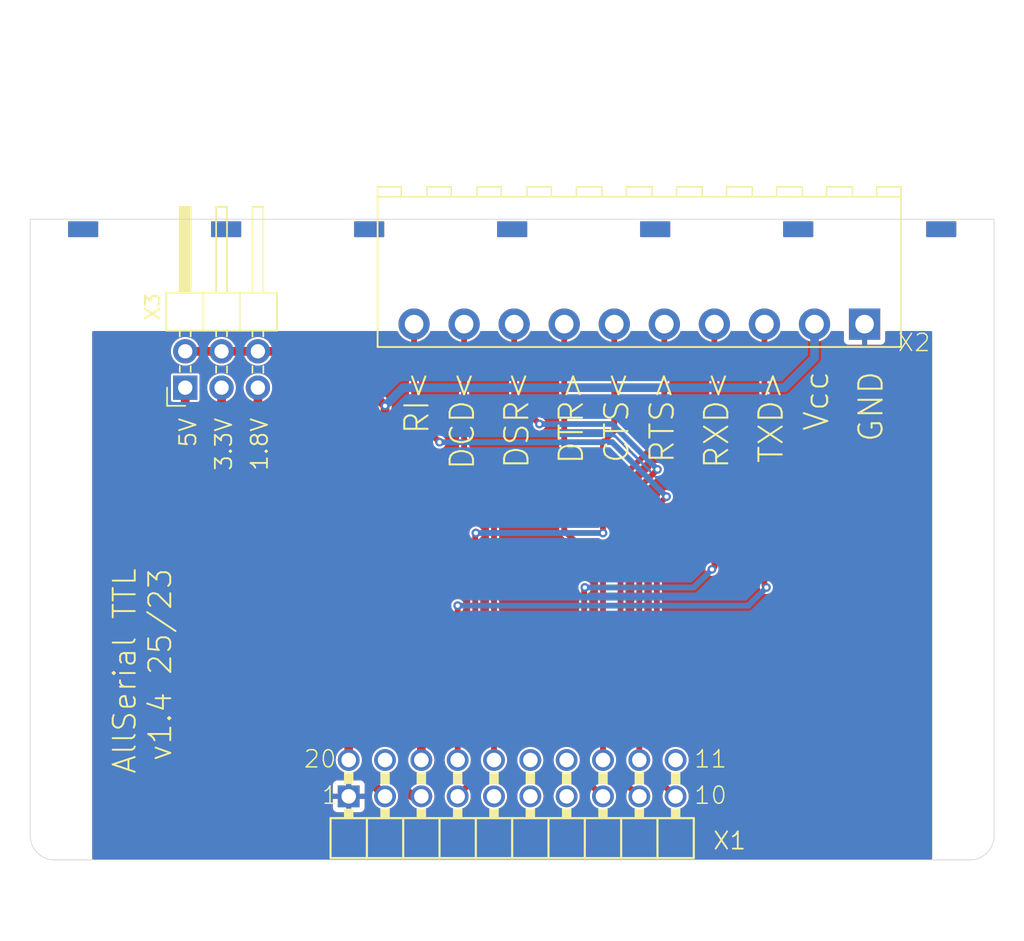
<source format=kicad_pcb>
(kicad_pcb (version 20240108) (generator "pcbnew") (generator_version "8.0")
  (layers (0 "F.Cu" signal) (31 "B.Cu" signal) (34 "B.Paste" user) (35 "F.Paste" user) (36 "B.SilkS" user "B.Silkscreen") (37 "F.SilkS" user "F.Silkscreen") (38 "B.Mask" user) (39 "F.Mask" user) (44 "Edge.Cuts" user))
  (net 0 "")
  (net 1 "GND")
  (net 2 "Net-(X1B-+5V)")
  (net 4 "Net-(X1B-VIN)")
  (net 5 "Net-(X1A-TXD)")
  (net 6 "Net-(X1A-DCD)")
  (net 9 "Net-(X1A-DTR)")
  (net 10 "Net-(X1A-DSR)")
  (net 12 "Net-(X1A-RI)")
  (net 13 "Net-(X1A-RTS)")
  (net 14 "Net-(X1A-RXD)")
  (net 15 "Net-(X1A-CTS)")
  (net 16 "Net-(X1B-+1.8V)")
  (net 17 "Net-(X1B-+3.3V)")
  (footprint "AllSerial:SlaveBoard" (layer "F.Cu") (at 148.5011 127.4036)
    (property "Reference" "X1" (at 13.97 -0.635 0) (layer "F.SilkS") (effects (font (size 1.2065 1.2065) (thickness 0.127)) (justify left bottom)))
    (property "Value" "ALLSERIALSLAVE" (hide yes))
    (fp_rect (start -31 -44.6) (end -29 -43.6) (stroke (width 0.1)) (fill solid) (layer "F.Cu"))
    (fp_rect (start -21 -44.6) (end -19 -43.6) (stroke (width 0.1)) (fill solid) (layer "F.Cu"))
    (fp_rect (start -11 -44.6) (end -9 -43.6) (stroke (width 0.1)) (fill solid) (layer "F.Cu"))
    (fp_rect (start -1 -44.6) (end 1 -43.6) (stroke (width 0.1)) (fill solid) (layer "F.Cu"))
    (fp_rect (start 9 -44.6) (end 11 -43.6) (stroke (width 0.1)) (fill solid) (layer "F.Cu"))
    (fp_rect (start 19 -44.6) (end 21 -43.6) (stroke (width 0.1)) (fill solid) (layer "F.Cu"))
    (fp_rect (start 29 -44.6) (end 31 -43.6) (stroke (width 0.1)) (fill solid) (layer "F.Cu"))
    (fp_rect (start -31 -44.6) (end -29 -43.6) (stroke (width 0.1)) (fill solid) (layer "B.Cu"))
    (fp_rect (start -21 -44.6) (end -19 -43.6) (stroke (width 0.1)) (fill solid) (layer "B.Cu"))
    (fp_rect (start -11 -44.6) (end -9 -43.6) (stroke (width 0.1)) (fill solid) (layer "B.Cu"))
    (fp_rect (start -1 -44.6) (end 1 -43.6) (stroke (width 0.1)) (fill solid) (layer "B.Cu"))
    (fp_rect (start 9 -44.6) (end 11 -43.6) (stroke (width 0.1)) (fill solid) (layer "B.Cu"))
    (fp_rect (start 19 -44.6) (end 21 -43.6) (stroke (width 0.1)) (fill solid) (layer "B.Cu"))
    (fp_rect (start 29 -44.6) (end 31 -43.6) (stroke (width 0.1)) (fill solid) (layer "B.Cu"))
    (fp_line (start -12.7 -2.921) (end -12.7 -0.127) (stroke (width 0.1524)) (layer "F.SilkS"))
    (fp_line (start -12.7 -2.921) (end -10.16 -2.921) (stroke (width 0.1524)) (layer "F.SilkS"))
    (fp_line (start -10.16 -2.921) (end -10.16 -0.127) (stroke (width 0.1524)) (layer "F.SilkS"))
    (fp_line (start -10.16 -2.921) (end -7.62 -2.921) (stroke (width 0.1524)) (layer "F.SilkS"))
    (fp_line (start -10.16 -0.127) (end -12.7 -0.127) (stroke (width 0.1524)) (layer "F.SilkS"))
    (fp_line (start -7.62 -2.921) (end -7.62 -0.127) (stroke (width 0.1524)) (layer "F.SilkS"))
    (fp_line (start -7.62 -2.921) (end -5.08 -2.921) (stroke (width 0.1524)) (layer "F.SilkS"))
    (fp_line (start -7.62 -0.127) (end -10.16 -0.127) (stroke (width 0.1524)) (layer "F.SilkS"))
    (fp_line (start -5.08 -2.921) (end -5.08 -0.127) (stroke (width 0.1524)) (layer "F.SilkS"))
    (fp_line (start -5.08 -0.127) (end -7.62 -0.127) (stroke (width 0.1524)) (layer "F.SilkS"))
    (fp_line (start -2.54 -2.921) (end -5.08 -2.921) (stroke (width 0.1524)) (layer "F.SilkS"))
    (fp_line (start -2.54 -2.921) (end -2.54 -0.127) (stroke (width 0.1524)) (layer "F.SilkS"))
    (fp_line (start -2.54 -2.921) (end 0 -2.921) (stroke (width 0.1524)) (layer "F.SilkS"))
    (fp_line (start -2.54 -0.127) (end -5.08 -0.127) (stroke (width 0.1524)) (layer "F.SilkS"))
    (fp_line (start 0 -2.921) (end 0 -0.127) (stroke (width 0.1524)) (layer "F.SilkS"))
    (fp_line (start 0 -2.921) (end 2.54 -2.921) (stroke (width 0.1524)) (layer "F.SilkS"))
    (fp_line (start 0 -0.127) (end -2.54 -0.127) (stroke (width 0.1524)) (layer "F.SilkS"))
    (fp_line (start 2.54 -2.921) (end 2.54 -0.127) (stroke (width 0.1524)) (layer "F.SilkS"))
    (fp_line (start 2.54 -2.921) (end 5.08 -2.921) (stroke (width 0.1524)) (layer "F.SilkS"))
    (fp_line (start 2.54 -0.127) (end 0 -0.127) (stroke (width 0.1524)) (layer "F.SilkS"))
    (fp_line (start 5.08 -2.921) (end 5.08 -0.127) (stroke (width 0.1524)) (layer "F.SilkS"))
    (fp_line (start 5.08 -2.921) (end 7.62 -2.921) (stroke (width 0.1524)) (layer "F.SilkS"))
    (fp_line (start 5.08 -0.127) (end 2.54 -0.127) (stroke (width 0.1524)) (layer "F.SilkS"))
    (fp_line (start 7.62 -2.921) (end 7.62 -0.127) (stroke (width 0.1524)) (layer "F.SilkS"))
    (fp_line (start 7.62 -0.127) (end 5.08 -0.127) (stroke (width 0.1524)) (layer "F.SilkS"))
    (fp_line (start 10.16 -2.921) (end 7.62 -2.921) (stroke (width 0.1524)) (layer "F.SilkS"))
    (fp_line (start 10.16 -2.921) (end 10.16 -0.127) (stroke (width 0.1524)) (layer "F.SilkS"))
    (fp_line (start 10.16 -2.921) (end 12.7 -2.921) (stroke (width 0.1524)) (layer "F.SilkS"))
    (fp_line (start 10.16 -0.127) (end 7.62 -0.127) (stroke (width 0.1524)) (layer "F.SilkS"))
    (fp_line (start 12.7 -2.921) (end 12.7 -0.127) (stroke (width 0.1524)) (layer "F.SilkS"))
    (fp_line (start 12.7 -0.127) (end 10.16 -0.127) (stroke (width 0.1524)) (layer "F.SilkS"))
    (fp_poly (pts (xy -11.0998 -6.1214) (xy -11.7602 -6.1214) (xy -11.7602 -5.3086) (xy -11.0998 -5.3086)) (fill solid) (layer "F.SilkS"))
    (fp_poly (pts (xy -11.0998 -3.5814) (xy -11.7602 -3.5814) (xy -11.7602 -2.921) (xy -11.0998 -2.921)) (fill solid) (layer "F.SilkS"))
    (fp_poly (pts (xy -8.5598 -6.1214) (xy -9.2202 -6.1214) (xy -9.2202 -5.3086) (xy -8.5598 -5.3086)) (fill solid) (layer "F.SilkS"))
    (fp_poly (pts (xy -8.5598 -3.5814) (xy -9.2202 -3.5814) (xy -9.2202 -2.921) (xy -8.5598 -2.921)) (fill solid) (layer "F.SilkS"))
    (fp_poly (pts (xy -6.0198 -6.1214) (xy -6.6802 -6.1214) (xy -6.6802 -5.3086) (xy -6.0198 -5.3086)) (fill solid) (layer "F.SilkS"))
    (fp_poly (pts (xy -6.0198 -3.5814) (xy -6.6802 -3.5814) (xy -6.6802 -2.921) (xy -6.0198 -2.921)) (fill solid) (layer "F.SilkS"))
    (fp_poly (pts (xy -3.4798 -6.1214) (xy -4.1402 -6.1214) (xy -4.1402 -5.3086) (xy -3.4798 -5.3086)) (fill solid) (layer "F.SilkS"))
    (fp_poly (pts (xy -3.4798 -3.5814) (xy -4.1402 -3.5814) (xy -4.1402 -2.921) (xy -3.4798 -2.921)) (fill solid) (layer "F.SilkS"))
    (fp_poly (pts (xy -0.9398 -6.1214) (xy -1.6002 -6.1214) (xy -1.6002 -5.3086) (xy -0.9398 -5.3086)) (fill solid) (layer "F.SilkS"))
    (fp_poly (pts (xy -0.9398 -3.5814) (xy -1.6002 -3.5814) (xy -1.6002 -2.921) (xy -0.9398 -2.921)) (fill solid) (layer "F.SilkS"))
    (fp_poly (pts (xy 1.6002 -6.1214) (xy 0.9398 -6.1214) (xy 0.9398 -5.3086) (xy 1.6002 -5.3086)) (fill solid) (layer "F.SilkS"))
    (fp_poly (pts (xy 1.6002 -3.5814) (xy 0.9398 -3.5814) (xy 0.9398 -2.921) (xy 1.6002 -2.921)) (fill solid) (layer "F.SilkS"))
    (fp_poly (pts (xy 4.1402 -6.1214) (xy 3.4798 -6.1214) (xy 3.4798 -5.3086) (xy 4.1402 -5.3086)) (fill solid) (layer "F.SilkS"))
    (fp_poly (pts (xy 4.1402 -3.5814) (xy 3.4798 -3.5814) (xy 3.4798 -2.921) (xy 4.1402 -2.921)) (fill solid) (layer "F.SilkS"))
    (fp_poly (pts (xy 6.6802 -6.1214) (xy 6.0198 -6.1214) (xy 6.0198 -5.3086) (xy 6.6802 -5.3086)) (fill solid) (layer "F.SilkS"))
    (fp_poly (pts (xy 6.6802 -3.5814) (xy 6.0198 -3.5814) (xy 6.0198 -2.921) (xy 6.6802 -2.921)) (fill solid) (layer "F.SilkS"))
    (fp_poly (pts (xy 9.2202 -6.1214) (xy 8.5598 -6.1214) (xy 8.5598 -5.3086) (xy 9.2202 -5.3086)) (fill solid) (layer "F.SilkS"))
    (fp_poly (pts (xy 9.2202 -3.5814) (xy 8.5598 -3.5814) (xy 8.5598 -2.921) (xy 9.2202 -2.921)) (fill solid) (layer "F.SilkS"))
    (fp_poly (pts (xy 11.7602 -6.1214) (xy 11.0998 -6.1214) (xy 11.0998 -5.3086) (xy 11.7602 -5.3086)) (fill solid) (layer "F.SilkS"))
    (fp_poly (pts (xy 11.7602 -3.5814) (xy 11.0998 -3.5814) (xy 11.0998 -2.921) (xy 11.7602 -2.921)) (fill solid) (layer "F.SilkS"))
    (fp_line (start -33.7 -44.8) (end 33.7 -44.8) (stroke (width 0.05)) (layer "Edge.Cuts"))
    (fp_line (start -33.7 -1.7) (end -33.7 -44.8) (stroke (width 0.05)) (layer "Edge.Cuts"))
    (fp_line (start 32 0) (end -32 0) (stroke (width 0.05)) (layer "Edge.Cuts"))
    (fp_line (start 33.7 -44.8) (end 33.7 -1.7) (stroke (width 0.05)) (layer "Edge.Cuts"))
    (fp_arc (start -32 0) (mid -33.202082 -0.497918) (end -33.7 -1.7) (stroke (width 0.05)) (layer "Edge.Cuts"))
    (fp_arc (start 33.7 -1.7) (mid 33.202082 -0.497918) (end 32 0) (stroke (width 0.05)) (layer "Edge.Cuts"))
    (fp_text user "20" (at -14.65 -6.35 0) (layer "F.SilkS") (effects (font (size 1.2065 1.2065) (thickness 0.1016)) (justify left bottom)))
    (fp_text user "10" (at 12.655 -3.81 0) (layer "F.SilkS") (effects (font (size 1.2065 1.2065) (thickness 0.1016)) (justify left bottom)))
    (fp_text user "1" (at -13.38 -3.81 0) (layer "F.SilkS") (effects (font (size 1.2065 1.2065) (thickness 0.1016)) (justify left bottom)))
    (fp_text user "11" (at 12.655 -6.35 0) (layer "F.SilkS") (effects (font (size 1.2065 1.2065) (thickness 0.1016)) (justify left bottom)))
    (pad "1" thru_hole rect (at -11.43 -4.445 180) (size 1.524 1.524) (drill 1.016) (layers "*.Cu" "*.Mask") (net 1 "GND"))
    (pad "2" thru_hole circle (at -8.89 -4.445 180) (size 1.524 1.524) (drill 1.016) (layers "*.Cu" "*.Mask") (net 17 "Net-(X1B-+3.3V)"))
    (pad "3" thru_hole circle (at -6.35 -4.445 180) (size 1.524 1.524) (drill 1.016) (layers "*.Cu" "*.Mask") (net 16 "Net-(X1B-+1.8V)"))
    (pad "4" thru_hole circle (at -3.81 -4.445 180) (size 1.524 1.524) (drill 1.016) (layers "*.Cu" "*.Mask") (net 15 "Net-(X1A-CTS)"))
    (pad "5" thru_hole circle (at -1.27 -4.445 180) (size 1.524 1.524) (drill 1.016) (layers "*.Cu" "*.Mask"))
    (pad "6" thru_hole circle (at 1.27 -4.445 180) (size 1.524 1.524) (drill 1.016) (layers "*.Cu" "*.Mask"))
    (pad "7" thru_hole circle (at 3.81 -4.445 180) (size 1.524 1.524) (drill 1.016) (layers "*.Cu" "*.Mask"))
    (pad "8" thru_hole circle (at 6.35 -4.445 180) (size 1.524 1.524) (drill 1.016) (layers "*.Cu" "*.Mask") (net 14 "Net-(X1A-RXD)"))
    (pad "9" thru_hole circle (at 8.89 -4.445 180) (size 1.524 1.524) (drill 1.016) (layers "*.Cu" "*.Mask") (net 13 "Net-(X1A-RTS)"))
    (pad "10" thru_hole circle (at 11.43 -4.445 180) (size 1.524 1.524) (drill 1.016) (layers "*.Cu" "*.Mask") (net 12 "Net-(X1A-RI)"))
    (pad "11" thru_hole circle (at 11.43 -6.985 180) (size 1.524 1.524) (drill 1.016) (layers "*.Cu" "*.Mask"))
    (pad "12" thru_hole circle (at 8.89 -6.985 180) (size 1.524 1.524) (drill 1.016) (layers "*.Cu" "*.Mask") (net 10 "Net-(X1A-DSR)"))
    (pad "13" thru_hole circle (at 6.35 -6.985 180) (size 1.524 1.524) (drill 1.016) (layers "*.Cu" "*.Mask") (net 9 "Net-(X1A-DTR)"))
    (pad "14" thru_hole circle (at 3.81 -6.985 180) (size 1.524 1.524) (drill 1.016) (layers "*.Cu" "*.Mask"))
    (pad "15" thru_hole circle (at 1.27 -6.985 180) (size 1.524 1.524) (drill 1.016) (layers "*.Cu" "*.Mask"))
    (pad "16" thru_hole circle (at -1.27 -6.985 180) (size 1.524 1.524) (drill 1.016) (layers "*.Cu" "*.Mask") (net 6 "Net-(X1A-DCD)"))
    (pad "17" thru_hole circle (at -3.81 -6.985 180) (size 1.524 1.524) (drill 1.016) (layers "*.Cu" "*.Mask") (net 5 "Net-(X1A-TXD)"))
    (pad "18" thru_hole circle (at -6.35 -6.985 180) (size 1.524 1.524) (drill 1.016) (layers "*.Cu" "*.Mask") (net 4 "Net-(X1B-VIN)"))
    (pad "19" thru_hole circle (at -8.89 -6.985 180) (size 1.524 1.524) (drill 1.016) (layers "*.Cu" "*.Mask"))
    (pad "20" thru_hole circle (at -11.43 -6.985 180) (size 1.524 1.524) (drill 1.016) (layers "*.Cu" "*.Mask") (net 2 "Net-(X1B-+5V)"))
  )
  (footprint "Connector_PinHeader_2.54mm:PinHeader_2x03_P2.54mm_Horizontal" (layer "F.Cu") (at 125.64 94.38 90)
    (property "Reference" "X3" (at 5.655 -2.27 90) (layer "F.SilkS"))
    (property "Value" "PinHeader_2x03_P2.54mm_Horizontal" (hide yes))
    (fp_line (start 6.64 -1.33) (end 3.98 -1.33) (stroke (width 0.12)) (layer "F.SilkS"))
    (fp_line (start 3.98 -1.33) (end 3.98 6.41) (stroke (width 0.12)) (layer "F.SilkS"))
    (fp_line (start -1.27 -1.27) (end 0 -1.27) (stroke (width 0.12)) (layer "F.SilkS"))
    (fp_line (start 12.64 -0.38) (end 12.64 0.38) (stroke (width 0.12)) (layer "F.SilkS"))
    (fp_line (start 6.64 -0.38) (end 12.64 -0.38) (stroke (width 0.12)) (layer "F.SilkS"))
    (fp_line (start 3.582929 -0.38) (end 3.98 -0.38) (stroke (width 0.12)) (layer "F.SilkS"))
    (fp_line (start 1.11 -0.38) (end 1.497071 -0.38) (stroke (width 0.12)) (layer "F.SilkS"))
    (fp_line (start 6.64 -0.32) (end 12.64 -0.32) (stroke (width 0.12)) (layer "F.SilkS"))
    (fp_line (start 6.64 -0.2) (end 12.64 -0.2) (stroke (width 0.12)) (layer "F.SilkS"))
    (fp_line (start 6.64 -0.08) (end 12.64 -0.08) (stroke (width 0.12)) (layer "F.SilkS"))
    (fp_line (start -1.27 0) (end -1.27 -1.27) (stroke (width 0.12)) (layer "F.SilkS"))
    (fp_line (start 6.64 0.04) (end 12.64 0.04) (stroke (width 0.12)) (layer "F.SilkS"))
    (fp_line (start 6.64 0.16) (end 12.64 0.16) (stroke (width 0.12)) (layer "F.SilkS"))
    (fp_line (start 6.64 0.28) (end 12.64 0.28) (stroke (width 0.12)) (layer "F.SilkS"))
    (fp_line (start 12.64 0.38) (end 6.64 0.38) (stroke (width 0.12)) (layer "F.SilkS"))
    (fp_line (start 3.582929 0.38) (end 3.98 0.38) (stroke (width 0.12)) (layer "F.SilkS"))
    (fp_line (start 1.11 0.38) (end 1.497071 0.38) (stroke (width 0.12)) (layer "F.SilkS"))
    (fp_line (start 3.98 1.27) (end 6.64 1.27) (stroke (width 0.12)) (layer "F.SilkS"))
    (fp_line (start 12.64 2.16) (end 12.64 2.92) (stroke (width 0.12)) (layer "F.SilkS"))
    (fp_line (start 6.64 2.16) (end 12.64 2.16) (stroke (width 0.12)) (layer "F.SilkS"))
    (fp_line (start 3.582929 2.16) (end 3.98 2.16) (stroke (width 0.12)) (layer "F.SilkS"))
    (fp_line (start 1.042929 2.16) (end 1.497071 2.16) (stroke (width 0.12)) (layer "F.SilkS"))
    (fp_line (start 12.64 2.92) (end 6.64 2.92) (stroke (width 0.12)) (layer "F.SilkS"))
    (fp_line (start 3.582929 2.92) (end 3.98 2.92) (stroke (width 0.12)) (layer "F.SilkS"))
    (fp_line (start 1.042929 2.92) (end 1.497071 2.92) (stroke (width 0.12)) (layer "F.SilkS"))
    (fp_line (start 3.98 3.81) (end 6.64 3.81) (stroke (width 0.12)) (layer "F.SilkS"))
    (fp_line (start 12.64 4.7) (end 12.64 5.46) (stroke (width 0.12)) (layer "F.SilkS"))
    (fp_line (start 6.64 4.7) (end 12.64 4.7) (stroke (width 0.12)) (layer "F.SilkS"))
    (fp_line (start 3.582929 4.7) (end 3.98 4.7) (stroke (width 0.12)) (layer "F.SilkS"))
    (fp_line (start 1.042929 4.7) (end 1.497071 4.7) (stroke (width 0.12)) (layer "F.SilkS"))
    (fp_line (start 12.64 5.46) (end 6.64 5.46) (stroke (width 0.12)) (layer "F.SilkS"))
    (fp_line (start 3.582929 5.46) (end 3.98 5.46) (stroke (width 0.12)) (layer "F.SilkS"))
    (fp_line (start 1.042929 5.46) (end 1.497071 5.46) (stroke (width 0.12)) (layer "F.SilkS"))
    (fp_line (start 6.64 6.41) (end 6.64 -1.33) (stroke (width 0.12)) (layer "F.SilkS"))
    (fp_line (start 3.98 6.41) (end 6.64 6.41) (stroke (width 0.12)) (layer "F.SilkS"))
    (fp_text user "3.3V" (at -2.0236 3.3611 90) (layer "F.SilkS") (effects (font (size 1.143 1.143) (thickness 0.127)) (justify right bottom)))
    (fp_text user "5V" (at -2.0236 0.8611 90) (layer "F.SilkS") (effects (font (size 1.143 1.143) (thickness 0.127)) (justify right bottom)))
    (fp_text user "1.8V" (at -2.0236 5.8611 90) (layer "F.SilkS") (effects (font (size 1.143 1.143) (thickness 0.127)) (justify right bottom)))
    (pad "1" thru_hole rect (at 0 0 90) (size 1.7 1.7) (drill 1) (layers "*.Cu" "*.Mask") (net 2 "Net-(X1B-+5V)"))
    (pad "2" thru_hole oval (at 2.54 0 90) (size 1.7 1.7) (drill 1) (layers "*.Cu" "*.Mask") (net 4 "Net-(X1B-VIN)"))
    (pad "3" thru_hole oval (at 0 2.54 90) (size 1.7 1.7) (drill 1) (layers "*.Cu" "*.Mask") (net 17 "Net-(X1B-+3.3V)"))
    (pad "4" thru_hole oval (at 2.54 2.54 90) (size 1.7 1.7) (drill 1) (layers "*.Cu" "*.Mask") (net 4 "Net-(X1B-VIN)"))
    (pad "5" thru_hole oval (at 0 5.08 90) (size 1.7 1.7) (drill 1) (layers "*.Cu" "*.Mask") (net 16 "Net-(X1B-+1.8V)"))
    (pad "6" thru_hole oval (at 2.54 5.08 90) (size 1.7 1.7) (drill 1) (layers "*.Cu" "*.Mask") (net 4 "Net-(X1B-VIN)"))
  )
  (footprint "AllSerial:Metz_PT11310HBBN_182" (layer "F.Cu") (at 157.3911 89.9386 180)
    (property "Reference" "X2" (at -18 -2 0) (layer "F.SilkS") (effects (font (size 1.2065 1.2065) (thickness 0.09652)) (justify left bottom)))
    (property "Value" "AKL18X-10W")
    (fp_line (start 18.3 8.9) (end -18.3 8.9) (stroke (width 0.1)) (layer "F.SilkS"))
    (fp_line (start 18.3 -1.6) (end 18.3 9.6) (stroke (width 0.127)) (layer "F.SilkS"))
    (fp_line (start 16.65 9.6) (end 18.3 9.6) (stroke (width 0.1)) (layer "F.SilkS"))
    (fp_line (start 16.65 8.9) (end 16.65 9.6) (stroke (width 0.1)) (layer "F.SilkS"))
    (fp_line (start 14.85 9.6) (end 14.85 8.9) (stroke (width 0.1)) (layer "F.SilkS"))
    (fp_line (start 13.15 9.6) (end 14.85 9.6) (stroke (width 0.1)) (layer "F.SilkS"))
    (fp_line (start 13.15 8.9) (end 13.15 9.6) (stroke (width 0.1)) (layer "F.SilkS"))
    (fp_line (start 11.35 9.6) (end 11.35 8.9) (stroke (width 0.1)) (layer "F.SilkS"))
    (fp_line (start 9.65 9.6) (end 11.35 9.6) (stroke (width 0.1)) (layer "F.SilkS"))
    (fp_line (start 9.65 8.9) (end 9.65 9.6) (stroke (width 0.1)) (layer "F.SilkS"))
    (fp_line (start 7.85 9.6) (end 7.85 8.9) (stroke (width 0.1)) (layer "F.SilkS"))
    (fp_line (start 6.15 9.6) (end 7.85 9.6) (stroke (width 0.1)) (layer "F.SilkS"))
    (fp_line (start 6.15 8.9) (end 6.15 9.6) (stroke (width 0.1)) (layer "F.SilkS"))
    (fp_line (start 4.4 9.6) (end 4.4 8.9) (stroke (width 0.1)) (layer "F.SilkS"))
    (fp_line (start 2.6 9.6) (end 4.4 9.6) (stroke (width 0.1)) (layer "F.SilkS"))
    (fp_line (start 2.6 8.9) (end 2.6 9.6) (stroke (width 0.1)) (layer "F.SilkS"))
    (fp_line (start 0.9 9.6) (end 0.9 8.9) (stroke (width 0.1)) (layer "F.SilkS"))
    (fp_line (start -0.9 9.6) (end 0.9 9.6) (stroke (width 0.1)) (layer "F.SilkS"))
    (fp_line (start -0.9 8.9) (end -0.9 9.6) (stroke (width 0.1)) (layer "F.SilkS"))
    (fp_line (start -2.6 9.6) (end -2.6 8.9) (stroke (width 0.1)) (layer "F.SilkS"))
    (fp_line (start -4.4 9.6) (end -2.6 9.6) (stroke (width 0.1)) (layer "F.SilkS"))
    (fp_line (start -4.4 8.9) (end -4.4 9.6) (stroke (width 0.1)) (layer "F.SilkS"))
    (fp_line (start -6.1 9.6) (end -6.1 8.9) (stroke (width 0.1)) (layer "F.SilkS"))
    (fp_line (start -7.9 9.6) (end -6.1 9.6) (stroke (width 0.1)) (layer "F.SilkS"))
    (fp_line (start -7.9 8.9) (end -7.9 9.6) (stroke (width 0.1)) (layer "F.SilkS"))
    (fp_line (start -9.6 9.6) (end -9.6 8.9) (stroke (width 0.1)) (layer "F.SilkS"))
    (fp_line (start -11.4 9.6) (end -9.6 9.6) (stroke (width 0.1)) (layer "F.SilkS"))
    (fp_line (start -11.4 8.9) (end -11.4 9.6) (stroke (width 0.1)) (layer "F.SilkS"))
    (fp_line (start -13.1 9.6) (end -13.1 8.9) (stroke (width 0.1)) (layer "F.SilkS"))
    (fp_line (start -14.9 9.6) (end -13.1 9.6) (stroke (width 0.1)) (layer "F.SilkS"))
    (fp_line (start -14.9 8.9) (end -14.9 9.6) (stroke (width 0.1)) (layer "F.SilkS"))
    (fp_line (start -16.6 9.6) (end -16.6 8.9) (stroke (width 0.1)) (layer "F.SilkS"))
    (fp_line (start -18.3 9.6) (end -16.6 9.6) (stroke (width 0.1)) (layer "F.SilkS"))
    (fp_line (start -18.3 9.6) (end -18.3 -1.6) (stroke (width 0.127)) (layer "F.SilkS"))
    (fp_line (start -18.3 -1.6) (end 18.3 -1.6) (stroke (width 0.127)) (layer "F.SilkS"))
    (pad "1" thru_hole rect (at -15.75 0 270) (size 2.1844 2.1844) (drill 1.3) (layers "*.Cu" "*.Mask") (net 1 "GND"))
    (pad "2" thru_hole circle (at -12.25 0 270) (size 2.1844 2.1844) (drill 1.3) (layers "*.Cu" "*.Mask") (net 4 "Net-(X1B-VIN)"))
    (pad "3" thru_hole circle (at -8.75 0 270) (size 2.1844 2.1844) (drill 1.3) (layers "*.Cu" "*.Mask") (net 5 "Net-(X1A-TXD)"))
    (pad "4" thru_hole circle (at -5.25 0 270) (size 2.1844 2.1844) (drill 1.3) (layers "*.Cu" "*.Mask") (net 14 "Net-(X1A-RXD)"))
    (pad "5" thru_hole circle (at -1.75 0 270) (size 2.1844 2.1844) (drill 1.3) (layers "*.Cu" "*.Mask") (net 13 "Net-(X1A-RTS)"))
    (pad "6" thru_hole circle (at 1.75 0 270) (size 2.1844 2.1844) (drill 1.3) (layers "*.Cu" "*.Mask") (net 15 "Net-(X1A-CTS)"))
    (pad "7" thru_hole circle (at 5.25 0 270) (size 2.1844 2.1844) (drill 1.3) (layers "*.Cu" "*.Mask") (net 9 "Net-(X1A-DTR)"))
    (pad "8" thru_hole circle (at 8.75 0 270) (size 2.1844 2.1844) (drill 1.3) (layers "*.Cu" "*.Mask") (net 10 "Net-(X1A-DSR)"))
    (pad "9" thru_hole circle (at 12.25 0 270) (size 2.1844 2.1844) (drill 1.3) (layers "*.Cu" "*.Mask") (net 6 "Net-(X1A-DCD)"))
    (pad "10" thru_hole circle (at 15.75 0 270) (size 2.1844 2.1844) (drill 1.3) (layers "*.Cu" "*.Mask") (net 12 "Net-(X1A-RI)"))
  )
  (gr_text "RTS>" (at 158.0261 93.1136 90) (layer "F.SilkS") (effects (font (size 1.63576 1.63576) (thickness 0.14224)) (justify right top)))
  (gr_text "DCD<" (at 144.0561 93.1136 90) (layer "F.SilkS") (effects (font (size 1.63576 1.63576) (thickness 0.14224)) (justify right top)))
  (gr_text "DSR<" (at 147.8661 93.1136 90) (layer "F.SilkS") (effects (font (size 1.63576 1.63576) (thickness 0.14224)) (justify right top)))
  (gr_text "RI<" (at 140.8811 93.1136 90) (layer "F.SilkS") (effects (font (size 1.63576 1.63576) (thickness 0.14224)) (justify right top)))
  (gr_text "TXD>" (at 165.6461 93.1136 90) (layer "F.SilkS") (effects (font (size 1.63576 1.63576) (thickness 0.14224)) (justify right top)))
  (gr_text "AllSerial TTL\nv1.4 25/23" (at 120.5011 106.9036 90) (layer "F.SilkS") (effects (font (size 1.542288 1.542288) (thickness 0.134112)) (justify right top)))
  (gr_text "Vcc" (at 168.8211 93.1136 90) (layer "F.SilkS") (effects (font (size 1.63576 1.63576) (thickness 0.14224)) (justify right top)))
  (gr_text "RXD<" (at 161.8361 93.1136 90) (layer "F.SilkS") (effects (font (size 1.63576 1.63576) (thickness 0.14224)) (justify right top)))
  (gr_text "GND" (at 172.6311 93.1136 90) (layer "F.SilkS") (effects (font (size 1.63576 1.63576) (thickness 0.14224)) (justify right top)))
  (gr_text "CTS<" (at 154.8511 93.1136 90) (layer "F.SilkS") (effects (font (size 1.63576 1.63576) (thickness 0.14224)) (justify right top)))
  (gr_text "DTR>" (at 151.6761 93.1136 90) (layer "F.SilkS") (effects (font (size 1.63576 1.63576) (thickness 0.14224)) (justify right top)))
  (segment (start 125.6411 102.0036) (end 125.6411 94.3836) (width 0.6096) (layer "F.Cu") (net 2))
  (segment (start 137.0711 113.4336) (end 137.0711 120.4186) (width 0.6096) (layer "F.Cu") (net 2))
  (segment (start 137.0711 113.4336) (end 125.6411 102.0036) (width 0.6096) (layer "F.Cu") (net 2))
  (segment (start 128.1811 91.8436) (end 130.7211 91.8436) (width 0.6096) (layer "F.Cu") (net 4))
  (segment (start 142.1511 104.5436) (end 139.6111 102.0036) (width 0.6096) (layer "F.Cu") (net 4))
  (segment (start 142.1511 120.4186) (end 142.1511 104.5436) (width 0.6096) (layer "F.Cu") (net 4))
  (segment (start 125.6411 91.8436) (end 128.1811 91.8436) (width 0.6096) (layer "F.Cu") (net 4))
  (segment (start 135.8011 91.8436) (end 139.6111 95.6536) (width 0.6096) (layer "F.Cu") (net 4))
  (segment (start 139.6111 102.0036) (end 139.6111 95.6536) (width 0.6096) (layer "F.Cu") (net 4))
  (segment (start 130.7211 91.8436) (end 135.8011 91.8436) (width 0.6096) (layer "F.Cu") (net 4))
  (via (at 139.6111 95.6536) (size 0.6048) (drill 0.3) (layers "F.Cu" "B.Cu") (net 4))
  (segment (start 167.5511 94.3836) (end 140.8811 94.3836) (width 0.6096) (layer "B.Cu") (net 4))
  (segment (start 169.6411 92.2936) (end 167.5511 94.3836) (width 0.6096) (layer "B.Cu") (net 4))
  (segment (start 140.8811 94.3836) (end 139.6111 95.6536) (width 0.6096) (layer "B.Cu") (net 4))
  (segment (start 169.6411 89.9386) (end 169.6411 92.2936) (width 0.6096) (layer "B.Cu") (net 4))
  (segment (start 166.1411 89.9386) (end 166.1411 108.2136) (width 0.4064) (layer "F.Cu") (net 5))
  (segment (start 166.1411 108.2136) (end 166.2811 108.3536) (width 0.4064) (layer "F.Cu") (net 5))
  (segment (start 144.6911 120.4186) (end 144.6911 109.6236) (width 0.4064) (layer "F.Cu") (net 5))
  (via (at 144.6911 109.6236) (size 0.6048) (drill 0.3) (layers "F.Cu" "B.Cu") (net 5))
  (via (at 166.2811 108.3536) (size 0.6048) (drill 0.3) (layers "F.Cu" "B.Cu") (net 5))
  (segment (start 165.0111 109.6236) (end 166.2811 108.3536) (width 0.4064) (layer "B.Cu") (net 5))
  (segment (start 144.6911 109.6236) (end 165.0111 109.6236) (width 0.4064) (layer "B.Cu") (net 5))
  (segment (start 145.1411 98.6436) (end 147.2311 100.7336) (width 0.4064) (layer "F.Cu") (net 6))
  (segment (start 145.1411 89.9386) (end 145.1411 98.6436) (width 0.4064) (layer "F.Cu") (net 6))
  (segment (start 147.2311 100.7336) (end 147.2311 120.4186) (width 0.4064) (layer "F.Cu") (net 6))
  (segment (start 154.8511 107.0836) (end 154.8511 120.4186) (width 0.4064) (layer "F.Cu") (net 9))
  (segment (start 152.1411 104.3736) (end 154.8511 107.0836) (width 0.4064) (layer "F.Cu") (net 9))
  (segment (start 152.1411 89.9386) (end 152.1411 104.3736) (width 0.4064) (layer "F.Cu") (net 9))
  (segment (start 148.6411 89.9386) (end 148.6411 95.1586) (width 0.4064) (layer "F.Cu") (net 10))
  (segment (start 157.3911 101.3236) (end 157.3911 120.4186) (width 0.4064) (layer "F.Cu") (net 10))
  (segment (start 157.3911 101.3236) (end 157.4361 101.3236) (width 0.4064) (layer "F.Cu") (net 10))
  (segment (start 157.4361 101.3236) (end 158.6611 100.0986) (width 0.4064) (layer "F.Cu") (net 10))
  (segment (start 148.6411 95.1586) (end 150.4061 96.9236) (width 0.4064) (layer "F.Cu") (net 10))
  (via (at 158.6611 100.0986) (size 0.6048) (drill 0.3) (layers "F.Cu" "B.Cu") (net 10))
  (via (at 150.4061 96.9236) (size 0.6048) (drill 0.3) (layers "F.Cu" "B.Cu") (net 10))
  (segment (start 158.6611 100.0986) (end 155.4861 96.9236) (width 0.4064) (layer "B.Cu") (net 10))
  (segment (start 155.4861 96.9236) (end 150.4061 96.9236) (width 0.4064) (layer "B.Cu") (net 10))
  (segment (start 159.9311 122.9586) (end 159.8861 122.9586) (width 0.4064) (layer "F.Cu") (net 12))
  (segment (start 158.6161 102.6836) (end 159.2961 102.0036) (width 0.4064) (layer "F.Cu") (net 12))
  (segment (start 143.4211 98.1936) (end 141.6411 96.4136) (width 0.4064) (layer "F.Cu") (net 12))
  (segment (start 141.6411 96.4136) (end 141.6411 89.9386) (width 0.4064) (layer "F.Cu") (net 12))
  (segment (start 159.8861 122.9586) (end 158.6161 121.6886) (width 0.4064) (layer "F.Cu") (net 12))
  (segment (start 158.6161 121.6886) (end 158.6161 102.6836) (width 0.4064) (layer "F.Cu") (net 12))
  (via (at 159.2961 102.0036) (size 0.6048) (drill 0.3) (layers "F.Cu" "B.Cu") (net 12))
  (via (at 143.4211 98.1936) (size 0.6048) (drill 0.3) (layers "F.Cu" "B.Cu") (net 12))
  (segment (start 159.2961 102.0036) (end 155.4861 98.1936) (width 0.4064) (layer "B.Cu") (net 12))
  (segment (start 155.4861 98.1936) (end 143.4211 98.1936) (width 0.4064) (layer "B.Cu") (net 12))
  (segment (start 157.3911 122.9586) (end 157.3461 122.9586) (width 0.4064) (layer "F.Cu") (net 13))
  (segment (start 156.0761 121.6886) (end 156.0761 100.7786) (width 0.4064) (layer "F.Cu") (net 13))
  (segment (start 159.1411 89.9386) (end 159.1411 97.7136) (width 0.4064) (layer "F.Cu") (net 13))
  (segment (start 156.0761 100.7786) (end 159.1411 97.7136) (width 0.4064) (layer "F.Cu") (net 13))
  (segment (start 157.3461 122.9586) (end 156.0761 121.6886) (width 0.4064) (layer "F.Cu") (net 13))
  (segment (start 153.5361 108.3986) (end 153.5811 108.3536) (width 0.4064) (layer "F.Cu") (net 14))
  (segment (start 154.8061 122.9586) (end 153.5361 121.6886) (width 0.4064) (layer "F.Cu") (net 14))
  (segment (start 162.6411 89.9386) (end 162.6411 106.9136) (width 0.4064) (layer "F.Cu") (net 14))
  (segment (start 153.5361 121.6886) (end 153.5361 108.3986) (width 0.4064) (layer "F.Cu") (net 14))
  (segment (start 154.8511 122.9586) (end 154.8061 122.9586) (width 0.4064) (layer "F.Cu") (net 14))
  (segment (start 162.6411 106.9136) (end 162.4711 107.0836) (width 0.4064) (layer "F.Cu") (net 14))
  (via (at 162.4711 107.0836) (size 0.6048) (drill 0.3) (layers "F.Cu" "B.Cu") (net 14))
  (via (at 153.5811 108.3536) (size 0.6048) (drill 0.3) (layers "F.Cu" "B.Cu") (net 14))
  (segment (start 153.5811 108.3536) (end 161.2011 108.3536) (width 0.4064) (layer "B.Cu") (net 14))
  (segment (start 161.2011 108.3536) (end 162.4711 107.0836) (width 0.4064) (layer "B.Cu") (net 14))
  (segment (start 144.6911 122.9136) (end 145.9161 121.6886) (width 0.4064) (layer "F.Cu") (net 15))
  (segment (start 155.6411 97.4036) (end 154.8511 98.1936) (width 0.4064) (layer "F.Cu") (net 15))
  (segment (start 155.6411 89.9386) (end 155.6411 97.4036) (width 0.4064) (layer "F.Cu") (net 15))
  (segment (start 145.9161 104.5886) (end 145.9611 104.5436) (width 0.4064) (layer "F.Cu") (net 15))
  (segment (start 145.9161 121.6886) (end 145.9161 104.5886) (width 0.4064) (layer "F.Cu") (net 15))
  (segment (start 154.8511 98.1936) (end 154.8511 104.5436) (width 0.4064) (layer "F.Cu") (net 15))
  (via (at 154.8511 104.5436) (size 0.6048) (drill 0.3) (layers "F.Cu" "B.Cu") (net 15))
  (via (at 145.9611 104.5436) (size 0.6048) (drill 0.3) (layers "F.Cu" "B.Cu") (net 15))
  (segment (start 145.9611 104.5436) (end 154.8511 104.5436) (width 0.4064) (layer "B.Cu") (net 15))
  (segment (start 140.8811 114.7036) (end 130.7211 104.5436) (width 0.6096) (layer "F.Cu") (net 16))
  (segment (start 130.7211 104.5436) (end 130.7211 94.3836) (width 0.6096) (layer "F.Cu") (net 16))
  (segment (start 141.5161 122.9586) (end 140.8811 122.3236) (width 0.6096) (layer "F.Cu") (net 16))
  (segment (start 142.1511 122.9586) (end 141.5161 122.9586) (width 0.4064) (layer "F.Cu") (net 16))
  (segment (start 140.8811 122.3236) (end 140.8811 114.7036) (width 0.6096) (layer "F.Cu") (net 16))
  (segment (start 138.3411 113.4336) (end 138.3411 121.6886) (width 0.6096) (layer "F.Cu") (net 17))
  (segment (start 138.3411 121.6886) (end 139.6111 122.9586) (width 0.6096) (layer "F.Cu") (net 17))
  (segment (start 128.1811 103.2736) (end 128.1811 94.3836) (width 0.6096) (layer "F.Cu") (net 17))
  (segment (start 138.3411 113.4336) (end 128.1811 103.2736) (width 0.6096) (layer "F.Cu") (net 17))
  (zone (net 1) (net_name "GND") (layer "F.Cu") (priority 6) (connect_pads (clearance 0.000001)) (min_thickness 0.1524) (fill yes (thermal_gap 0.3548) (thermal_bridge_width 0.3548))
    (polygon (pts (xy 177.8635 127.556) (xy 119.1387 127.556) (xy 119.1387 90.4212) (xy 177.8635 90.4212)))
  )
  (zone (net 1) (net_name "GND") (layer "B.Cu") (priority 6) (connect_pads (clearance 0.000001)) (min_thickness 0.1524) (fill yes (thermal_gap 0.3548) (thermal_bridge_width 0.3548))
    (polygon (pts (xy 177.8635 127.556) (xy 119.1387 127.556) (xy 119.1387 90.4212) (xy 177.8635 90.4212)))
  )
)
</source>
